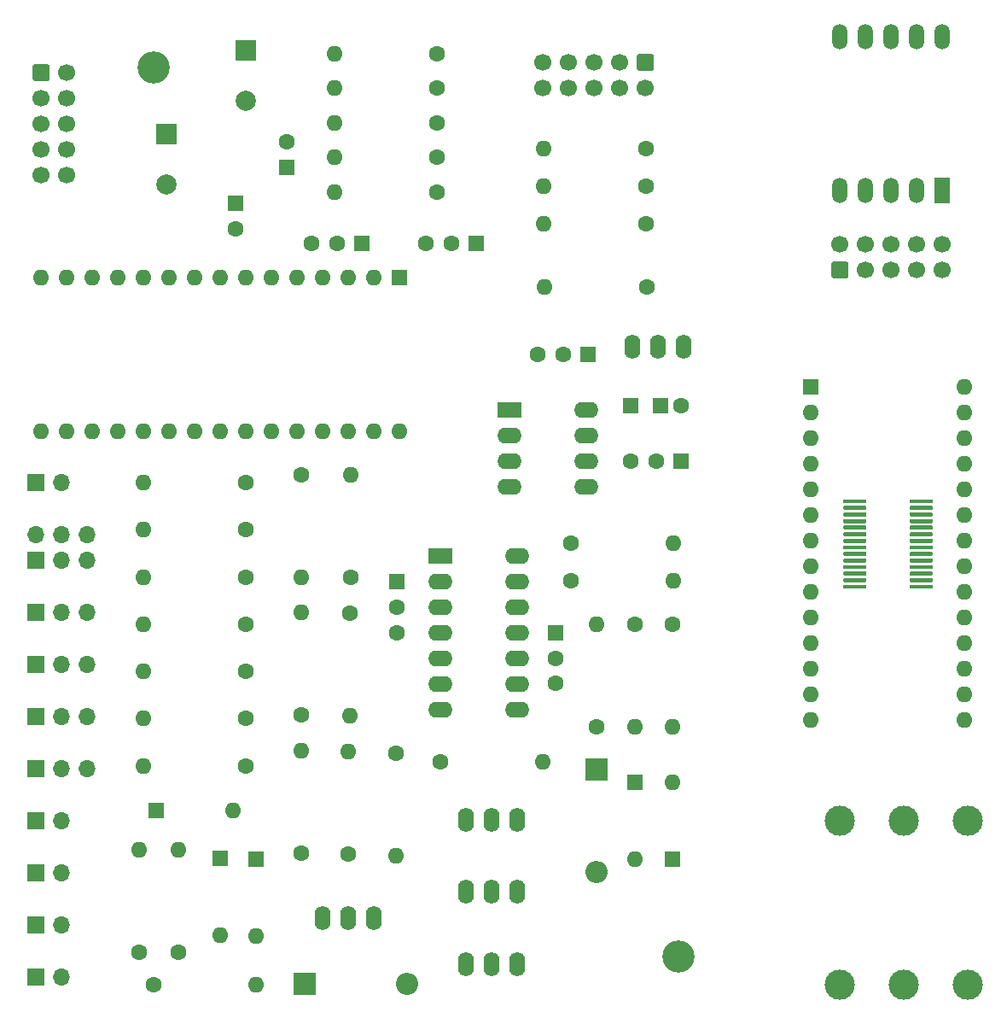
<source format=gbs>
%TF.GenerationSoftware,KiCad,Pcbnew,(5.1.10)-1*%
%TF.CreationDate,2022-09-29T16:57:18+02:00*%
%TF.ProjectId,Arduino Quantizer TK V1,41726475-696e-46f2-9051-75616e74697a,rev?*%
%TF.SameCoordinates,Original*%
%TF.FileFunction,Soldermask,Bot*%
%TF.FilePolarity,Negative*%
%FSLAX46Y46*%
G04 Gerber Fmt 4.6, Leading zero omitted, Abs format (unit mm)*
G04 Created by KiCad (PCBNEW (5.1.10)-1) date 2022-09-29 16:57:18*
%MOMM*%
%LPD*%
G01*
G04 APERTURE LIST*
%ADD10O,1.600000X1.600000*%
%ADD11R,1.600000X1.600000*%
%ADD12C,3.200000*%
%ADD13C,1.600000*%
%ADD14R,2.000000X2.000000*%
%ADD15C,2.000000*%
%ADD16R,1.524000X2.524000*%
%ADD17O,1.524000X2.524000*%
%ADD18C,1.700000*%
%ADD19R,1.700000X1.700000*%
%ADD20O,1.700000X1.700000*%
%ADD21O,1.600000X2.400000*%
%ADD22R,2.400000X1.600000*%
%ADD23O,2.400000X1.600000*%
%ADD24C,3.000000*%
%ADD25R,2.200000X2.200000*%
%ADD26O,2.200000X2.200000*%
G04 APERTURE END LIST*
G36*
G01*
X187727300Y-94252400D02*
X187727300Y-94452400D01*
G75*
G02*
X187627300Y-94552400I-100000J0D01*
G01*
X186352300Y-94552400D01*
G75*
G02*
X186252300Y-94452400I0J100000D01*
G01*
X186252300Y-94252400D01*
G75*
G02*
X186352300Y-94152400I100000J0D01*
G01*
X187627300Y-94152400D01*
G75*
G02*
X187727300Y-94252400I0J-100000D01*
G01*
G37*
G36*
G01*
X187727300Y-94902400D02*
X187727300Y-95102400D01*
G75*
G02*
X187627300Y-95202400I-100000J0D01*
G01*
X186352300Y-95202400D01*
G75*
G02*
X186252300Y-95102400I0J100000D01*
G01*
X186252300Y-94902400D01*
G75*
G02*
X186352300Y-94802400I100000J0D01*
G01*
X187627300Y-94802400D01*
G75*
G02*
X187727300Y-94902400I0J-100000D01*
G01*
G37*
G36*
G01*
X187727300Y-95552400D02*
X187727300Y-95752400D01*
G75*
G02*
X187627300Y-95852400I-100000J0D01*
G01*
X186352300Y-95852400D01*
G75*
G02*
X186252300Y-95752400I0J100000D01*
G01*
X186252300Y-95552400D01*
G75*
G02*
X186352300Y-95452400I100000J0D01*
G01*
X187627300Y-95452400D01*
G75*
G02*
X187727300Y-95552400I0J-100000D01*
G01*
G37*
G36*
G01*
X187727300Y-96202400D02*
X187727300Y-96402400D01*
G75*
G02*
X187627300Y-96502400I-100000J0D01*
G01*
X186352300Y-96502400D01*
G75*
G02*
X186252300Y-96402400I0J100000D01*
G01*
X186252300Y-96202400D01*
G75*
G02*
X186352300Y-96102400I100000J0D01*
G01*
X187627300Y-96102400D01*
G75*
G02*
X187727300Y-96202400I0J-100000D01*
G01*
G37*
G36*
G01*
X187727300Y-96852400D02*
X187727300Y-97052400D01*
G75*
G02*
X187627300Y-97152400I-100000J0D01*
G01*
X186352300Y-97152400D01*
G75*
G02*
X186252300Y-97052400I0J100000D01*
G01*
X186252300Y-96852400D01*
G75*
G02*
X186352300Y-96752400I100000J0D01*
G01*
X187627300Y-96752400D01*
G75*
G02*
X187727300Y-96852400I0J-100000D01*
G01*
G37*
G36*
G01*
X187727300Y-97502400D02*
X187727300Y-97702400D01*
G75*
G02*
X187627300Y-97802400I-100000J0D01*
G01*
X186352300Y-97802400D01*
G75*
G02*
X186252300Y-97702400I0J100000D01*
G01*
X186252300Y-97502400D01*
G75*
G02*
X186352300Y-97402400I100000J0D01*
G01*
X187627300Y-97402400D01*
G75*
G02*
X187727300Y-97502400I0J-100000D01*
G01*
G37*
G36*
G01*
X187727300Y-98152400D02*
X187727300Y-98352400D01*
G75*
G02*
X187627300Y-98452400I-100000J0D01*
G01*
X186352300Y-98452400D01*
G75*
G02*
X186252300Y-98352400I0J100000D01*
G01*
X186252300Y-98152400D01*
G75*
G02*
X186352300Y-98052400I100000J0D01*
G01*
X187627300Y-98052400D01*
G75*
G02*
X187727300Y-98152400I0J-100000D01*
G01*
G37*
G36*
G01*
X187727300Y-98802400D02*
X187727300Y-99002400D01*
G75*
G02*
X187627300Y-99102400I-100000J0D01*
G01*
X186352300Y-99102400D01*
G75*
G02*
X186252300Y-99002400I0J100000D01*
G01*
X186252300Y-98802400D01*
G75*
G02*
X186352300Y-98702400I100000J0D01*
G01*
X187627300Y-98702400D01*
G75*
G02*
X187727300Y-98802400I0J-100000D01*
G01*
G37*
G36*
G01*
X187727300Y-99452400D02*
X187727300Y-99652400D01*
G75*
G02*
X187627300Y-99752400I-100000J0D01*
G01*
X186352300Y-99752400D01*
G75*
G02*
X186252300Y-99652400I0J100000D01*
G01*
X186252300Y-99452400D01*
G75*
G02*
X186352300Y-99352400I100000J0D01*
G01*
X187627300Y-99352400D01*
G75*
G02*
X187727300Y-99452400I0J-100000D01*
G01*
G37*
G36*
G01*
X187727300Y-100102400D02*
X187727300Y-100302400D01*
G75*
G02*
X187627300Y-100402400I-100000J0D01*
G01*
X186352300Y-100402400D01*
G75*
G02*
X186252300Y-100302400I0J100000D01*
G01*
X186252300Y-100102400D01*
G75*
G02*
X186352300Y-100002400I100000J0D01*
G01*
X187627300Y-100002400D01*
G75*
G02*
X187727300Y-100102400I0J-100000D01*
G01*
G37*
G36*
G01*
X187727300Y-100752400D02*
X187727300Y-100952400D01*
G75*
G02*
X187627300Y-101052400I-100000J0D01*
G01*
X186352300Y-101052400D01*
G75*
G02*
X186252300Y-100952400I0J100000D01*
G01*
X186252300Y-100752400D01*
G75*
G02*
X186352300Y-100652400I100000J0D01*
G01*
X187627300Y-100652400D01*
G75*
G02*
X187727300Y-100752400I0J-100000D01*
G01*
G37*
G36*
G01*
X187727300Y-101402400D02*
X187727300Y-101602400D01*
G75*
G02*
X187627300Y-101702400I-100000J0D01*
G01*
X186352300Y-101702400D01*
G75*
G02*
X186252300Y-101602400I0J100000D01*
G01*
X186252300Y-101402400D01*
G75*
G02*
X186352300Y-101302400I100000J0D01*
G01*
X187627300Y-101302400D01*
G75*
G02*
X187727300Y-101402400I0J-100000D01*
G01*
G37*
G36*
G01*
X187727300Y-102052400D02*
X187727300Y-102252400D01*
G75*
G02*
X187627300Y-102352400I-100000J0D01*
G01*
X186352300Y-102352400D01*
G75*
G02*
X186252300Y-102252400I0J100000D01*
G01*
X186252300Y-102052400D01*
G75*
G02*
X186352300Y-101952400I100000J0D01*
G01*
X187627300Y-101952400D01*
G75*
G02*
X187727300Y-102052400I0J-100000D01*
G01*
G37*
G36*
G01*
X187727300Y-102702400D02*
X187727300Y-102902400D01*
G75*
G02*
X187627300Y-103002400I-100000J0D01*
G01*
X186352300Y-103002400D01*
G75*
G02*
X186252300Y-102902400I0J100000D01*
G01*
X186252300Y-102702400D01*
G75*
G02*
X186352300Y-102602400I100000J0D01*
G01*
X187627300Y-102602400D01*
G75*
G02*
X187727300Y-102702400I0J-100000D01*
G01*
G37*
G36*
G01*
X193452300Y-102702400D02*
X193452300Y-102902400D01*
G75*
G02*
X193352300Y-103002400I-100000J0D01*
G01*
X192077300Y-103002400D01*
G75*
G02*
X191977300Y-102902400I0J100000D01*
G01*
X191977300Y-102702400D01*
G75*
G02*
X192077300Y-102602400I100000J0D01*
G01*
X193352300Y-102602400D01*
G75*
G02*
X193452300Y-102702400I0J-100000D01*
G01*
G37*
G36*
G01*
X193452300Y-102052400D02*
X193452300Y-102252400D01*
G75*
G02*
X193352300Y-102352400I-100000J0D01*
G01*
X192077300Y-102352400D01*
G75*
G02*
X191977300Y-102252400I0J100000D01*
G01*
X191977300Y-102052400D01*
G75*
G02*
X192077300Y-101952400I100000J0D01*
G01*
X193352300Y-101952400D01*
G75*
G02*
X193452300Y-102052400I0J-100000D01*
G01*
G37*
G36*
G01*
X193452300Y-101402400D02*
X193452300Y-101602400D01*
G75*
G02*
X193352300Y-101702400I-100000J0D01*
G01*
X192077300Y-101702400D01*
G75*
G02*
X191977300Y-101602400I0J100000D01*
G01*
X191977300Y-101402400D01*
G75*
G02*
X192077300Y-101302400I100000J0D01*
G01*
X193352300Y-101302400D01*
G75*
G02*
X193452300Y-101402400I0J-100000D01*
G01*
G37*
G36*
G01*
X193452300Y-100752400D02*
X193452300Y-100952400D01*
G75*
G02*
X193352300Y-101052400I-100000J0D01*
G01*
X192077300Y-101052400D01*
G75*
G02*
X191977300Y-100952400I0J100000D01*
G01*
X191977300Y-100752400D01*
G75*
G02*
X192077300Y-100652400I100000J0D01*
G01*
X193352300Y-100652400D01*
G75*
G02*
X193452300Y-100752400I0J-100000D01*
G01*
G37*
G36*
G01*
X193452300Y-100102400D02*
X193452300Y-100302400D01*
G75*
G02*
X193352300Y-100402400I-100000J0D01*
G01*
X192077300Y-100402400D01*
G75*
G02*
X191977300Y-100302400I0J100000D01*
G01*
X191977300Y-100102400D01*
G75*
G02*
X192077300Y-100002400I100000J0D01*
G01*
X193352300Y-100002400D01*
G75*
G02*
X193452300Y-100102400I0J-100000D01*
G01*
G37*
G36*
G01*
X193452300Y-99452400D02*
X193452300Y-99652400D01*
G75*
G02*
X193352300Y-99752400I-100000J0D01*
G01*
X192077300Y-99752400D01*
G75*
G02*
X191977300Y-99652400I0J100000D01*
G01*
X191977300Y-99452400D01*
G75*
G02*
X192077300Y-99352400I100000J0D01*
G01*
X193352300Y-99352400D01*
G75*
G02*
X193452300Y-99452400I0J-100000D01*
G01*
G37*
G36*
G01*
X193452300Y-98802400D02*
X193452300Y-99002400D01*
G75*
G02*
X193352300Y-99102400I-100000J0D01*
G01*
X192077300Y-99102400D01*
G75*
G02*
X191977300Y-99002400I0J100000D01*
G01*
X191977300Y-98802400D01*
G75*
G02*
X192077300Y-98702400I100000J0D01*
G01*
X193352300Y-98702400D01*
G75*
G02*
X193452300Y-98802400I0J-100000D01*
G01*
G37*
G36*
G01*
X193452300Y-98152400D02*
X193452300Y-98352400D01*
G75*
G02*
X193352300Y-98452400I-100000J0D01*
G01*
X192077300Y-98452400D01*
G75*
G02*
X191977300Y-98352400I0J100000D01*
G01*
X191977300Y-98152400D01*
G75*
G02*
X192077300Y-98052400I100000J0D01*
G01*
X193352300Y-98052400D01*
G75*
G02*
X193452300Y-98152400I0J-100000D01*
G01*
G37*
G36*
G01*
X193452300Y-97502400D02*
X193452300Y-97702400D01*
G75*
G02*
X193352300Y-97802400I-100000J0D01*
G01*
X192077300Y-97802400D01*
G75*
G02*
X191977300Y-97702400I0J100000D01*
G01*
X191977300Y-97502400D01*
G75*
G02*
X192077300Y-97402400I100000J0D01*
G01*
X193352300Y-97402400D01*
G75*
G02*
X193452300Y-97502400I0J-100000D01*
G01*
G37*
G36*
G01*
X193452300Y-96852400D02*
X193452300Y-97052400D01*
G75*
G02*
X193352300Y-97152400I-100000J0D01*
G01*
X192077300Y-97152400D01*
G75*
G02*
X191977300Y-97052400I0J100000D01*
G01*
X191977300Y-96852400D01*
G75*
G02*
X192077300Y-96752400I100000J0D01*
G01*
X193352300Y-96752400D01*
G75*
G02*
X193452300Y-96852400I0J-100000D01*
G01*
G37*
G36*
G01*
X193452300Y-96202400D02*
X193452300Y-96402400D01*
G75*
G02*
X193352300Y-96502400I-100000J0D01*
G01*
X192077300Y-96502400D01*
G75*
G02*
X191977300Y-96402400I0J100000D01*
G01*
X191977300Y-96202400D01*
G75*
G02*
X192077300Y-96102400I100000J0D01*
G01*
X193352300Y-96102400D01*
G75*
G02*
X193452300Y-96202400I0J-100000D01*
G01*
G37*
G36*
G01*
X193452300Y-95552400D02*
X193452300Y-95752400D01*
G75*
G02*
X193352300Y-95852400I-100000J0D01*
G01*
X192077300Y-95852400D01*
G75*
G02*
X191977300Y-95752400I0J100000D01*
G01*
X191977300Y-95552400D01*
G75*
G02*
X192077300Y-95452400I100000J0D01*
G01*
X193352300Y-95452400D01*
G75*
G02*
X193452300Y-95552400I0J-100000D01*
G01*
G37*
G36*
G01*
X193452300Y-94902400D02*
X193452300Y-95102400D01*
G75*
G02*
X193352300Y-95202400I-100000J0D01*
G01*
X192077300Y-95202400D01*
G75*
G02*
X191977300Y-95102400I0J100000D01*
G01*
X191977300Y-94902400D01*
G75*
G02*
X192077300Y-94802400I100000J0D01*
G01*
X193352300Y-94802400D01*
G75*
G02*
X193452300Y-94902400I0J-100000D01*
G01*
G37*
G36*
G01*
X193452300Y-94252400D02*
X193452300Y-94452400D01*
G75*
G02*
X193352300Y-94552400I-100000J0D01*
G01*
X192077300Y-94552400D01*
G75*
G02*
X191977300Y-94452400I0J100000D01*
G01*
X191977300Y-94252400D01*
G75*
G02*
X192077300Y-94152400I100000J0D01*
G01*
X193352300Y-94152400D01*
G75*
G02*
X193452300Y-94252400I0J-100000D01*
G01*
G37*
D10*
X197446900Y-82981800D03*
X182206900Y-116001800D03*
X197446900Y-85521800D03*
X182206900Y-113461800D03*
X197446900Y-88061800D03*
X182206900Y-110921800D03*
X197446900Y-90601800D03*
X182206900Y-108381800D03*
X197446900Y-93141800D03*
X182206900Y-105841800D03*
X197446900Y-95681800D03*
X182206900Y-103301800D03*
X197446900Y-98221800D03*
X182206900Y-100761800D03*
X197446900Y-100761800D03*
X182206900Y-98221800D03*
X197446900Y-103301800D03*
X182206900Y-95681800D03*
X197446900Y-105841800D03*
X182206900Y-93141800D03*
X197446900Y-108381800D03*
X182206900Y-90601800D03*
X197446900Y-110921800D03*
X182206900Y-88061800D03*
X197446900Y-113461800D03*
X182206900Y-85521800D03*
X197446900Y-116001800D03*
D11*
X182206900Y-82981800D03*
G36*
G01*
X186877300Y-94252400D02*
X186877300Y-94452400D01*
G75*
G02*
X186777300Y-94552400I-100000J0D01*
G01*
X185502300Y-94552400D01*
G75*
G02*
X185402300Y-94452400I0J100000D01*
G01*
X185402300Y-94252400D01*
G75*
G02*
X185502300Y-94152400I100000J0D01*
G01*
X186777300Y-94152400D01*
G75*
G02*
X186877300Y-94252400I0J-100000D01*
G01*
G37*
G36*
G01*
X186877300Y-94902400D02*
X186877300Y-95102400D01*
G75*
G02*
X186777300Y-95202400I-100000J0D01*
G01*
X185502300Y-95202400D01*
G75*
G02*
X185402300Y-95102400I0J100000D01*
G01*
X185402300Y-94902400D01*
G75*
G02*
X185502300Y-94802400I100000J0D01*
G01*
X186777300Y-94802400D01*
G75*
G02*
X186877300Y-94902400I0J-100000D01*
G01*
G37*
G36*
G01*
X186877300Y-95552400D02*
X186877300Y-95752400D01*
G75*
G02*
X186777300Y-95852400I-100000J0D01*
G01*
X185502300Y-95852400D01*
G75*
G02*
X185402300Y-95752400I0J100000D01*
G01*
X185402300Y-95552400D01*
G75*
G02*
X185502300Y-95452400I100000J0D01*
G01*
X186777300Y-95452400D01*
G75*
G02*
X186877300Y-95552400I0J-100000D01*
G01*
G37*
G36*
G01*
X186877300Y-96202400D02*
X186877300Y-96402400D01*
G75*
G02*
X186777300Y-96502400I-100000J0D01*
G01*
X185502300Y-96502400D01*
G75*
G02*
X185402300Y-96402400I0J100000D01*
G01*
X185402300Y-96202400D01*
G75*
G02*
X185502300Y-96102400I100000J0D01*
G01*
X186777300Y-96102400D01*
G75*
G02*
X186877300Y-96202400I0J-100000D01*
G01*
G37*
G36*
G01*
X186877300Y-96852400D02*
X186877300Y-97052400D01*
G75*
G02*
X186777300Y-97152400I-100000J0D01*
G01*
X185502300Y-97152400D01*
G75*
G02*
X185402300Y-97052400I0J100000D01*
G01*
X185402300Y-96852400D01*
G75*
G02*
X185502300Y-96752400I100000J0D01*
G01*
X186777300Y-96752400D01*
G75*
G02*
X186877300Y-96852400I0J-100000D01*
G01*
G37*
G36*
G01*
X186877300Y-97502400D02*
X186877300Y-97702400D01*
G75*
G02*
X186777300Y-97802400I-100000J0D01*
G01*
X185502300Y-97802400D01*
G75*
G02*
X185402300Y-97702400I0J100000D01*
G01*
X185402300Y-97502400D01*
G75*
G02*
X185502300Y-97402400I100000J0D01*
G01*
X186777300Y-97402400D01*
G75*
G02*
X186877300Y-97502400I0J-100000D01*
G01*
G37*
G36*
G01*
X186877300Y-98152400D02*
X186877300Y-98352400D01*
G75*
G02*
X186777300Y-98452400I-100000J0D01*
G01*
X185502300Y-98452400D01*
G75*
G02*
X185402300Y-98352400I0J100000D01*
G01*
X185402300Y-98152400D01*
G75*
G02*
X185502300Y-98052400I100000J0D01*
G01*
X186777300Y-98052400D01*
G75*
G02*
X186877300Y-98152400I0J-100000D01*
G01*
G37*
G36*
G01*
X186877300Y-98802400D02*
X186877300Y-99002400D01*
G75*
G02*
X186777300Y-99102400I-100000J0D01*
G01*
X185502300Y-99102400D01*
G75*
G02*
X185402300Y-99002400I0J100000D01*
G01*
X185402300Y-98802400D01*
G75*
G02*
X185502300Y-98702400I100000J0D01*
G01*
X186777300Y-98702400D01*
G75*
G02*
X186877300Y-98802400I0J-100000D01*
G01*
G37*
G36*
G01*
X186877300Y-99452400D02*
X186877300Y-99652400D01*
G75*
G02*
X186777300Y-99752400I-100000J0D01*
G01*
X185502300Y-99752400D01*
G75*
G02*
X185402300Y-99652400I0J100000D01*
G01*
X185402300Y-99452400D01*
G75*
G02*
X185502300Y-99352400I100000J0D01*
G01*
X186777300Y-99352400D01*
G75*
G02*
X186877300Y-99452400I0J-100000D01*
G01*
G37*
G36*
G01*
X186877300Y-100102400D02*
X186877300Y-100302400D01*
G75*
G02*
X186777300Y-100402400I-100000J0D01*
G01*
X185502300Y-100402400D01*
G75*
G02*
X185402300Y-100302400I0J100000D01*
G01*
X185402300Y-100102400D01*
G75*
G02*
X185502300Y-100002400I100000J0D01*
G01*
X186777300Y-100002400D01*
G75*
G02*
X186877300Y-100102400I0J-100000D01*
G01*
G37*
G36*
G01*
X186877300Y-100752400D02*
X186877300Y-100952400D01*
G75*
G02*
X186777300Y-101052400I-100000J0D01*
G01*
X185502300Y-101052400D01*
G75*
G02*
X185402300Y-100952400I0J100000D01*
G01*
X185402300Y-100752400D01*
G75*
G02*
X185502300Y-100652400I100000J0D01*
G01*
X186777300Y-100652400D01*
G75*
G02*
X186877300Y-100752400I0J-100000D01*
G01*
G37*
G36*
G01*
X186877300Y-101402400D02*
X186877300Y-101602400D01*
G75*
G02*
X186777300Y-101702400I-100000J0D01*
G01*
X185502300Y-101702400D01*
G75*
G02*
X185402300Y-101602400I0J100000D01*
G01*
X185402300Y-101402400D01*
G75*
G02*
X185502300Y-101302400I100000J0D01*
G01*
X186777300Y-101302400D01*
G75*
G02*
X186877300Y-101402400I0J-100000D01*
G01*
G37*
G36*
G01*
X186877300Y-102052400D02*
X186877300Y-102252400D01*
G75*
G02*
X186777300Y-102352400I-100000J0D01*
G01*
X185502300Y-102352400D01*
G75*
G02*
X185402300Y-102252400I0J100000D01*
G01*
X185402300Y-102052400D01*
G75*
G02*
X185502300Y-101952400I100000J0D01*
G01*
X186777300Y-101952400D01*
G75*
G02*
X186877300Y-102052400I0J-100000D01*
G01*
G37*
G36*
G01*
X186877300Y-102702400D02*
X186877300Y-102902400D01*
G75*
G02*
X186777300Y-103002400I-100000J0D01*
G01*
X185502300Y-103002400D01*
G75*
G02*
X185402300Y-102902400I0J100000D01*
G01*
X185402300Y-102702400D01*
G75*
G02*
X185502300Y-102602400I100000J0D01*
G01*
X186777300Y-102602400D01*
G75*
G02*
X186877300Y-102702400I0J-100000D01*
G01*
G37*
G36*
G01*
X194302300Y-102702400D02*
X194302300Y-102902400D01*
G75*
G02*
X194202300Y-103002400I-100000J0D01*
G01*
X192927300Y-103002400D01*
G75*
G02*
X192827300Y-102902400I0J100000D01*
G01*
X192827300Y-102702400D01*
G75*
G02*
X192927300Y-102602400I100000J0D01*
G01*
X194202300Y-102602400D01*
G75*
G02*
X194302300Y-102702400I0J-100000D01*
G01*
G37*
G36*
G01*
X194302300Y-102052400D02*
X194302300Y-102252400D01*
G75*
G02*
X194202300Y-102352400I-100000J0D01*
G01*
X192927300Y-102352400D01*
G75*
G02*
X192827300Y-102252400I0J100000D01*
G01*
X192827300Y-102052400D01*
G75*
G02*
X192927300Y-101952400I100000J0D01*
G01*
X194202300Y-101952400D01*
G75*
G02*
X194302300Y-102052400I0J-100000D01*
G01*
G37*
G36*
G01*
X194302300Y-101402400D02*
X194302300Y-101602400D01*
G75*
G02*
X194202300Y-101702400I-100000J0D01*
G01*
X192927300Y-101702400D01*
G75*
G02*
X192827300Y-101602400I0J100000D01*
G01*
X192827300Y-101402400D01*
G75*
G02*
X192927300Y-101302400I100000J0D01*
G01*
X194202300Y-101302400D01*
G75*
G02*
X194302300Y-101402400I0J-100000D01*
G01*
G37*
G36*
G01*
X194302300Y-100752400D02*
X194302300Y-100952400D01*
G75*
G02*
X194202300Y-101052400I-100000J0D01*
G01*
X192927300Y-101052400D01*
G75*
G02*
X192827300Y-100952400I0J100000D01*
G01*
X192827300Y-100752400D01*
G75*
G02*
X192927300Y-100652400I100000J0D01*
G01*
X194202300Y-100652400D01*
G75*
G02*
X194302300Y-100752400I0J-100000D01*
G01*
G37*
G36*
G01*
X194302300Y-100102400D02*
X194302300Y-100302400D01*
G75*
G02*
X194202300Y-100402400I-100000J0D01*
G01*
X192927300Y-100402400D01*
G75*
G02*
X192827300Y-100302400I0J100000D01*
G01*
X192827300Y-100102400D01*
G75*
G02*
X192927300Y-100002400I100000J0D01*
G01*
X194202300Y-100002400D01*
G75*
G02*
X194302300Y-100102400I0J-100000D01*
G01*
G37*
G36*
G01*
X194302300Y-99452400D02*
X194302300Y-99652400D01*
G75*
G02*
X194202300Y-99752400I-100000J0D01*
G01*
X192927300Y-99752400D01*
G75*
G02*
X192827300Y-99652400I0J100000D01*
G01*
X192827300Y-99452400D01*
G75*
G02*
X192927300Y-99352400I100000J0D01*
G01*
X194202300Y-99352400D01*
G75*
G02*
X194302300Y-99452400I0J-100000D01*
G01*
G37*
G36*
G01*
X194302300Y-98802400D02*
X194302300Y-99002400D01*
G75*
G02*
X194202300Y-99102400I-100000J0D01*
G01*
X192927300Y-99102400D01*
G75*
G02*
X192827300Y-99002400I0J100000D01*
G01*
X192827300Y-98802400D01*
G75*
G02*
X192927300Y-98702400I100000J0D01*
G01*
X194202300Y-98702400D01*
G75*
G02*
X194302300Y-98802400I0J-100000D01*
G01*
G37*
G36*
G01*
X194302300Y-98152400D02*
X194302300Y-98352400D01*
G75*
G02*
X194202300Y-98452400I-100000J0D01*
G01*
X192927300Y-98452400D01*
G75*
G02*
X192827300Y-98352400I0J100000D01*
G01*
X192827300Y-98152400D01*
G75*
G02*
X192927300Y-98052400I100000J0D01*
G01*
X194202300Y-98052400D01*
G75*
G02*
X194302300Y-98152400I0J-100000D01*
G01*
G37*
G36*
G01*
X194302300Y-97502400D02*
X194302300Y-97702400D01*
G75*
G02*
X194202300Y-97802400I-100000J0D01*
G01*
X192927300Y-97802400D01*
G75*
G02*
X192827300Y-97702400I0J100000D01*
G01*
X192827300Y-97502400D01*
G75*
G02*
X192927300Y-97402400I100000J0D01*
G01*
X194202300Y-97402400D01*
G75*
G02*
X194302300Y-97502400I0J-100000D01*
G01*
G37*
G36*
G01*
X194302300Y-96852400D02*
X194302300Y-97052400D01*
G75*
G02*
X194202300Y-97152400I-100000J0D01*
G01*
X192927300Y-97152400D01*
G75*
G02*
X192827300Y-97052400I0J100000D01*
G01*
X192827300Y-96852400D01*
G75*
G02*
X192927300Y-96752400I100000J0D01*
G01*
X194202300Y-96752400D01*
G75*
G02*
X194302300Y-96852400I0J-100000D01*
G01*
G37*
G36*
G01*
X194302300Y-96202400D02*
X194302300Y-96402400D01*
G75*
G02*
X194202300Y-96502400I-100000J0D01*
G01*
X192927300Y-96502400D01*
G75*
G02*
X192827300Y-96402400I0J100000D01*
G01*
X192827300Y-96202400D01*
G75*
G02*
X192927300Y-96102400I100000J0D01*
G01*
X194202300Y-96102400D01*
G75*
G02*
X194302300Y-96202400I0J-100000D01*
G01*
G37*
G36*
G01*
X194302300Y-95552400D02*
X194302300Y-95752400D01*
G75*
G02*
X194202300Y-95852400I-100000J0D01*
G01*
X192927300Y-95852400D01*
G75*
G02*
X192827300Y-95752400I0J100000D01*
G01*
X192827300Y-95552400D01*
G75*
G02*
X192927300Y-95452400I100000J0D01*
G01*
X194202300Y-95452400D01*
G75*
G02*
X194302300Y-95552400I0J-100000D01*
G01*
G37*
G36*
G01*
X194302300Y-94902400D02*
X194302300Y-95102400D01*
G75*
G02*
X194202300Y-95202400I-100000J0D01*
G01*
X192927300Y-95202400D01*
G75*
G02*
X192827300Y-95102400I0J100000D01*
G01*
X192827300Y-94902400D01*
G75*
G02*
X192927300Y-94802400I100000J0D01*
G01*
X194202300Y-94802400D01*
G75*
G02*
X194302300Y-94902400I0J-100000D01*
G01*
G37*
G36*
G01*
X194302300Y-94252400D02*
X194302300Y-94452400D01*
G75*
G02*
X194202300Y-94552400I-100000J0D01*
G01*
X192927300Y-94552400D01*
G75*
G02*
X192827300Y-94452400I0J100000D01*
G01*
X192827300Y-94252400D01*
G75*
G02*
X192927300Y-94152400I100000J0D01*
G01*
X194202300Y-94152400D01*
G75*
G02*
X194302300Y-94252400I0J-100000D01*
G01*
G37*
D12*
X169075100Y-139471400D03*
X117005100Y-51333400D03*
D11*
X130213100Y-61239400D03*
D13*
X130213100Y-58739400D03*
D11*
X125133100Y-64795400D03*
D13*
X125133100Y-67295400D03*
D14*
X126149100Y-49635400D03*
D15*
X126149100Y-54635400D03*
D14*
X118275100Y-57937400D03*
D15*
X118275100Y-62937400D03*
D16*
X195237100Y-63525400D03*
D17*
X192697100Y-63525400D03*
X190157100Y-63525400D03*
X187617100Y-63525400D03*
X185077100Y-63525400D03*
X185077100Y-48285400D03*
X187617100Y-48285400D03*
X190157100Y-48285400D03*
X192697100Y-48285400D03*
X195237100Y-48285400D03*
G36*
G01*
X185677100Y-72249400D02*
X184477100Y-72249400D01*
G75*
G02*
X184227100Y-71999400I0J250000D01*
G01*
X184227100Y-70799400D01*
G75*
G02*
X184477100Y-70549400I250000J0D01*
G01*
X185677100Y-70549400D01*
G75*
G02*
X185927100Y-70799400I0J-250000D01*
G01*
X185927100Y-71999400D01*
G75*
G02*
X185677100Y-72249400I-250000J0D01*
G01*
G37*
D18*
X187617100Y-71399400D03*
X190157100Y-71399400D03*
X192697100Y-71399400D03*
X195237100Y-71399400D03*
X185077100Y-68859400D03*
X187617100Y-68859400D03*
X190157100Y-68859400D03*
X192697100Y-68859400D03*
X195237100Y-68859400D03*
G36*
G01*
X104979100Y-52441400D02*
X104979100Y-51241400D01*
G75*
G02*
X105229100Y-50991400I250000J0D01*
G01*
X106429100Y-50991400D01*
G75*
G02*
X106679100Y-51241400I0J-250000D01*
G01*
X106679100Y-52441400D01*
G75*
G02*
X106429100Y-52691400I-250000J0D01*
G01*
X105229100Y-52691400D01*
G75*
G02*
X104979100Y-52441400I0J250000D01*
G01*
G37*
X105829100Y-54381400D03*
X105829100Y-56921400D03*
X105829100Y-59461400D03*
X105829100Y-62001400D03*
X108369100Y-51841400D03*
X108369100Y-54381400D03*
X108369100Y-56921400D03*
X108369100Y-59461400D03*
X108369100Y-62001400D03*
D19*
X105321100Y-105358510D03*
D20*
X107861100Y-105358510D03*
X110401100Y-105358510D03*
D19*
X105321100Y-92481400D03*
D20*
X107861100Y-92481400D03*
G36*
G01*
X165173100Y-49975400D02*
X166373100Y-49975400D01*
G75*
G02*
X166623100Y-50225400I0J-250000D01*
G01*
X166623100Y-51425400D01*
G75*
G02*
X166373100Y-51675400I-250000J0D01*
G01*
X165173100Y-51675400D01*
G75*
G02*
X164923100Y-51425400I0J250000D01*
G01*
X164923100Y-50225400D01*
G75*
G02*
X165173100Y-49975400I250000J0D01*
G01*
G37*
D18*
X163233100Y-50825400D03*
X160693100Y-50825400D03*
X158153100Y-50825400D03*
X155613100Y-50825400D03*
X165773100Y-53365400D03*
X163233100Y-53365400D03*
X160693100Y-53365400D03*
X158153100Y-53365400D03*
X155613100Y-53365400D03*
D21*
X153073100Y-140233400D03*
X150533100Y-140233400D03*
X147993100Y-140233400D03*
X153073100Y-133057900D03*
X150533100Y-133057900D03*
X147993100Y-133057900D03*
X138849100Y-135661400D03*
X133769100Y-135661400D03*
X136309100Y-135661400D03*
D22*
X152311100Y-85242400D03*
D23*
X159931100Y-92862400D03*
X152311100Y-87782400D03*
X159931100Y-90322400D03*
X152311100Y-90322400D03*
X159931100Y-87782400D03*
X152311100Y-92862400D03*
X159931100Y-85242400D03*
D22*
X145453100Y-99720400D03*
D23*
X153073100Y-114960400D03*
X145453100Y-102260400D03*
X153073100Y-112420400D03*
X145453100Y-104800400D03*
X153073100Y-109880400D03*
X145453100Y-107340400D03*
X153073100Y-107340400D03*
X145453100Y-109880400D03*
X153073100Y-104800400D03*
X145453100Y-112420400D03*
X153073100Y-102260400D03*
X145453100Y-114960400D03*
X153073100Y-99720400D03*
D19*
X105321100Y-120849175D03*
D20*
X107861100Y-120849175D03*
X110401100Y-120849175D03*
D19*
X105321100Y-115685620D03*
D20*
X107861100Y-115685620D03*
X110401100Y-115685620D03*
D19*
X105321100Y-110522065D03*
D20*
X107861100Y-110522065D03*
X110401100Y-110522065D03*
D19*
X105321100Y-100194955D03*
D20*
X105321100Y-97654955D03*
X107861100Y-100194955D03*
X107861100Y-97654955D03*
X110401100Y-100194955D03*
X110401100Y-97654955D03*
D21*
X153073100Y-125882400D03*
X150533100Y-125882400D03*
X147993100Y-125882400D03*
D13*
X126149100Y-120548400D03*
D10*
X115989100Y-120548400D03*
D13*
X126149100Y-115870565D03*
D10*
X115989100Y-115870565D03*
D13*
X126149100Y-111192732D03*
D10*
X115989100Y-111192732D03*
D13*
X126149100Y-106514899D03*
D10*
X115989100Y-106514899D03*
D13*
X131610100Y-129184400D03*
D10*
X131610100Y-119024400D03*
D13*
X131610100Y-115468400D03*
D10*
X131610100Y-105308400D03*
D13*
X136436100Y-105435400D03*
D10*
X136436100Y-115595400D03*
D13*
X165925500Y-73126600D03*
D10*
X155765500Y-73126600D03*
D13*
X145453100Y-120167400D03*
D10*
X155613100Y-120167400D03*
D13*
X126149100Y-92481400D03*
D10*
X115989100Y-92481400D03*
D13*
X136563100Y-101879400D03*
D10*
X136563100Y-91719400D03*
D13*
X141008100Y-119278400D03*
D10*
X141008100Y-129438400D03*
D13*
X136309100Y-129311400D03*
D10*
X136309100Y-119151400D03*
D13*
X117005100Y-142265400D03*
D10*
X127165100Y-142265400D03*
D13*
X131610100Y-91719400D03*
D10*
X131610100Y-101879400D03*
D13*
X115544600Y-139026900D03*
D10*
X115544600Y-128866900D03*
D13*
X119481600Y-139026900D03*
D10*
X119481600Y-128866900D03*
D13*
X145072100Y-49936400D03*
D10*
X134912100Y-49936400D03*
D13*
X145072100Y-53365400D03*
D10*
X134912100Y-53365400D03*
D13*
X158381700Y-102184200D03*
D10*
X168541700Y-102184200D03*
D13*
X145072100Y-56794400D03*
D10*
X134912100Y-56794400D03*
D13*
X145072100Y-60223400D03*
D10*
X134912100Y-60223400D03*
D13*
X126149100Y-101837066D03*
D10*
X115989100Y-101837066D03*
D13*
X158381700Y-98501200D03*
D10*
X168541700Y-98501200D03*
D13*
X145072100Y-63652400D03*
D10*
X134912100Y-63652400D03*
D13*
X165874700Y-59359800D03*
D10*
X155714700Y-59359800D03*
D13*
X165874700Y-63080900D03*
D10*
X155714700Y-63080900D03*
D13*
X165874700Y-66802000D03*
D10*
X155714700Y-66802000D03*
D13*
X126149100Y-97159233D03*
D10*
X115989100Y-97159233D03*
D13*
X160947100Y-116674900D03*
D10*
X160947100Y-106514900D03*
D13*
X168503600Y-106514900D03*
D10*
X168503600Y-116674900D03*
D13*
X164757100Y-106514900D03*
D10*
X164757100Y-116674900D03*
D24*
X191427100Y-126009400D03*
X197777100Y-126009400D03*
X185077100Y-126009400D03*
X191427100Y-142239400D03*
X197777100Y-142239400D03*
X185077100Y-142239400D03*
D19*
X105321100Y-141503400D03*
D20*
X107861100Y-141503400D03*
D19*
X105321100Y-136339840D03*
D20*
X107861100Y-136339840D03*
D19*
X105321100Y-131176285D03*
D20*
X107861100Y-131176285D03*
D19*
X105321100Y-126012730D03*
D20*
X107861100Y-126012730D03*
D21*
X164503100Y-79019400D03*
X169583100Y-79019400D03*
X167043100Y-79019400D03*
D11*
X127165100Y-129819400D03*
D10*
X127165100Y-137439400D03*
D25*
X131991100Y-142189200D03*
D26*
X142151100Y-142189200D03*
D11*
X123609100Y-129692400D03*
D10*
X123609100Y-137312400D03*
D11*
X117259100Y-124993400D03*
D10*
X124879100Y-124993400D03*
D25*
X160947100Y-120929400D03*
D26*
X160947100Y-131089400D03*
D11*
X164757100Y-122199400D03*
D10*
X164757100Y-129819400D03*
D11*
X168503600Y-129819400D03*
D10*
X168503600Y-122199400D03*
D13*
X135155300Y-68783200D03*
D11*
X137655300Y-68783200D03*
D13*
X132655300Y-68783200D03*
X146530700Y-68808600D03*
D11*
X149030700Y-68808600D03*
D13*
X144030700Y-68808600D03*
X156883100Y-109880400D03*
D11*
X156883100Y-107380400D03*
D13*
X156883100Y-112380400D03*
X141135100Y-104840400D03*
D11*
X141135100Y-102340400D03*
D13*
X141135100Y-107340400D03*
X157605100Y-79781400D03*
D11*
X160105100Y-79781400D03*
D13*
X155105100Y-79781400D03*
X166829100Y-90322400D03*
D11*
X169329100Y-90322400D03*
D13*
X164329100Y-90322400D03*
D11*
X164297100Y-84837400D03*
D13*
X169297100Y-84837400D03*
D11*
X167297100Y-84837400D03*
X141389100Y-72161400D03*
D10*
X108369100Y-87401400D03*
X138849100Y-72161400D03*
X110909100Y-87401400D03*
X136309100Y-72161400D03*
X113449100Y-87401400D03*
X133769100Y-72161400D03*
X115989100Y-87401400D03*
X131229100Y-72161400D03*
X118529100Y-87401400D03*
X128689100Y-72161400D03*
X121069100Y-87401400D03*
X126149100Y-72161400D03*
X123609100Y-87401400D03*
X123609100Y-72161400D03*
X126149100Y-87401400D03*
X121069100Y-72161400D03*
X128689100Y-87401400D03*
X118529100Y-72161400D03*
X131229100Y-87401400D03*
X115989100Y-72161400D03*
X133769100Y-87401400D03*
X113449100Y-72161400D03*
X136309100Y-87401400D03*
X110909100Y-72161400D03*
X138849100Y-87401400D03*
X108369100Y-72161400D03*
X141389100Y-87401400D03*
X105829100Y-72161400D03*
X105829100Y-87401400D03*
M02*

</source>
